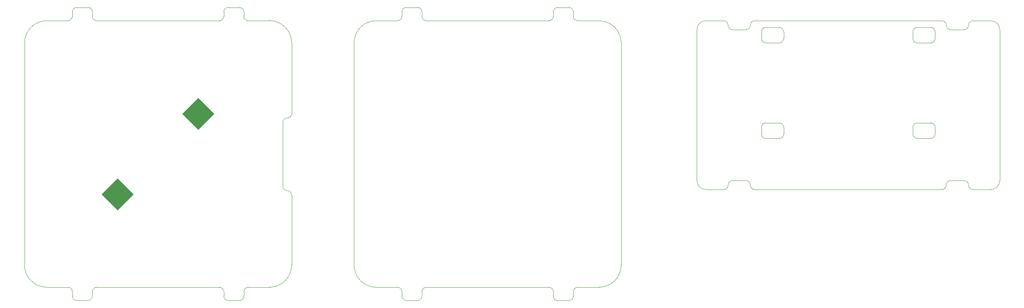
<source format=gbp>
%TF.GenerationSoftware,KiCad,Pcbnew,7.0.2*%
%TF.CreationDate,2023-05-01T18:48:22+02:00*%
%TF.ProjectId,kleinvoet,6b6c6569-6e76-46f6-9574-2e6b69636164,C*%
%TF.SameCoordinates,Original*%
%TF.FileFunction,Paste,Bot*%
%TF.FilePolarity,Positive*%
%FSLAX46Y46*%
G04 Gerber Fmt 4.6, Leading zero omitted, Abs format (unit mm)*
G04 Created by KiCad (PCBNEW 7.0.2) date 2023-05-01 18:48:22*
%MOMM*%
%LPD*%
G01*
G04 APERTURE LIST*
G04 Aperture macros list*
%AMRotRect*
0 Rectangle, with rotation*
0 The origin of the aperture is its center*
0 $1 length*
0 $2 width*
0 $3 Rotation angle, in degrees counterclockwise*
0 Add horizontal line*
21,1,$1,$2,0,0,$3*%
G04 Aperture macros list end*
%ADD10RotRect,5.100000X5.100000X45.000000*%
%TA.AperFunction,Profile*%
%ADD11C,0.050000*%
%TD*%
G04 APERTURE END LIST*
D10*
%TO.C,BT301*%
X44949033Y-71092211D03*
X63050967Y-52990277D03*
%TD*%
D11*
X153000000Y-92000000D02*
G75*
G03*
X158000000Y-87000000I0J5000000D01*
G01*
X158000000Y-37000000D02*
G75*
G03*
X153000000Y-32000000I-5000000J0D01*
G01*
X158000000Y-87000000D02*
X158000000Y-37000000D01*
X153000000Y-32000000D02*
X148500000Y-32000000D01*
X98000000Y-87000000D02*
G75*
G03*
X103000000Y-92000000I5000000J0D01*
G01*
X103000000Y-32000000D02*
G75*
G03*
X98000000Y-37000000I0J-5000000D01*
G01*
X148500000Y-92000000D02*
X153000000Y-92000000D01*
X33500000Y-32000000D02*
X29000000Y-32000000D01*
X24000000Y-37000000D02*
X24000000Y-87000000D01*
X79000000Y-92000000D02*
G75*
G03*
X84000000Y-87000000I0J5000000D01*
G01*
X24000000Y-87000000D02*
G75*
G03*
X29000000Y-92000000I5000000J0D01*
G01*
X29000000Y-32000000D02*
G75*
G03*
X24000000Y-37000000I0J-5000000D01*
G01*
X29000000Y-92000000D02*
X33500000Y-92000000D01*
X83999937Y-36975063D02*
G75*
G03*
X79000001Y-31975063I-4999937J63D01*
G01*
X108750000Y-93000000D02*
X108750000Y-94000000D01*
X113250000Y-93000000D02*
X113250000Y-94000000D01*
X114500000Y-92000000D02*
X114250000Y-92000000D01*
X107750000Y-92000000D02*
X107500000Y-92000000D01*
X74500000Y-92000000D02*
X74250000Y-92000000D01*
X108750000Y-93000000D02*
G75*
G03*
X107750000Y-92000000I-1000000J0D01*
G01*
X114250000Y-92000000D02*
G75*
G03*
X113250000Y-93000000I0J-1000000D01*
G01*
X107500000Y-92000000D02*
X103000000Y-92000000D01*
X112250000Y-95000000D02*
G75*
G03*
X113250000Y-94000000I0J1000000D01*
G01*
X74250000Y-92000000D02*
G75*
G03*
X73250000Y-93000000I0J-1000000D01*
G01*
X68750000Y-93000000D02*
G75*
G03*
X67750000Y-92000000I-1000000J0D01*
G01*
X68750000Y-94000000D02*
G75*
G03*
X69750000Y-95000000I1000000J0D01*
G01*
X72250000Y-95000000D02*
X69750000Y-95000000D01*
X72250000Y-95000000D02*
G75*
G03*
X73250000Y-94000000I0J1000000D01*
G01*
X68750000Y-93000000D02*
X68750000Y-94000000D01*
X73250000Y-93000000D02*
X73250000Y-94000000D01*
X141500000Y-92000000D02*
X114500000Y-92000000D01*
X40201249Y-92000000D02*
X67750000Y-92000000D01*
X74500000Y-92000000D02*
X79000000Y-92000000D01*
X40500000Y-32000000D02*
X67500000Y-32000000D01*
X74500000Y-32000000D02*
X79000001Y-31975063D01*
X141500000Y-32000000D02*
X114500000Y-32000000D01*
X107500000Y-32000000D02*
X103000000Y-32000000D01*
X98000000Y-37000000D02*
X98000000Y-87000000D01*
X84000000Y-71250000D02*
X84000000Y-87000000D01*
X112250000Y-95000000D02*
X109750000Y-95000000D01*
X228500000Y-34500000D02*
G75*
G03*
X227500000Y-33500000I-1000000J0D01*
G01*
X231000000Y-33000000D02*
G75*
G03*
X232000000Y-34000000I1000000J0D01*
G01*
X224500000Y-58500000D02*
X227500000Y-58500000D01*
X182000000Y-33000000D02*
G75*
G03*
X183000000Y-34000000I1000000J0D01*
G01*
X82000000Y-69250000D02*
G75*
G03*
X83000000Y-70250000I1000000J0D01*
G01*
X146250000Y-95000000D02*
G75*
G03*
X147250000Y-94000000I0J1000000D01*
G01*
X142750000Y-31000000D02*
X142750000Y-30000000D01*
X73250000Y-30000000D02*
G75*
G03*
X72250000Y-29000000I-1000000J0D01*
G01*
X147250000Y-93000000D02*
X147250000Y-94000000D01*
X189500000Y-56000000D02*
X189500000Y-57500000D01*
X35750000Y-29000000D02*
G75*
G03*
X34750000Y-30000000I0J-1000000D01*
G01*
X141750000Y-92000000D02*
X141500000Y-92000000D01*
X74250000Y-32000000D02*
X74500000Y-32000000D01*
X193500000Y-58500000D02*
G75*
G03*
X194500000Y-57500000I0J1000000D01*
G01*
X243000000Y-55000000D02*
X243000000Y-34000000D01*
X235000000Y-34000000D02*
G75*
G03*
X236000000Y-33000000I0J1000000D01*
G01*
X223500000Y-56000000D02*
X223500000Y-57500000D01*
X39250000Y-93000000D02*
X39250000Y-94000000D01*
X223500000Y-57500000D02*
G75*
G03*
X224500000Y-58500000I1000000J0D01*
G01*
X141500000Y-32000000D02*
X141750000Y-32000000D01*
X147250000Y-30000000D02*
G75*
G03*
X146250000Y-29000000I-1000000J0D01*
G01*
X67750000Y-32000000D02*
G75*
G03*
X68750000Y-31000000I0J1000000D01*
G01*
X241000000Y-70000000D02*
G75*
G03*
X243000000Y-68000000I0J2000000D01*
G01*
X194500000Y-56000000D02*
G75*
G03*
X193500000Y-55000000I-1000000J0D01*
G01*
X34750000Y-31000000D02*
X34750000Y-30000000D01*
X35750000Y-29000000D02*
X38250000Y-29000000D01*
X193500000Y-33500000D02*
X190500000Y-33500000D01*
X33500000Y-32000000D02*
X33750000Y-32000000D01*
X243000000Y-68000000D02*
X243000000Y-55000000D01*
X34750000Y-93000000D02*
G75*
G03*
X33750000Y-92000000I-1000000J0D01*
G01*
X33750000Y-92000000D02*
X33500000Y-92000000D01*
X232000000Y-34000000D02*
X235000000Y-34000000D01*
X40201249Y-91999999D02*
G75*
G03*
X39250000Y-93000000I24351J-975601D01*
G01*
X38250000Y-95000000D02*
X35750000Y-95000000D01*
X142750000Y-93000000D02*
G75*
G03*
X141750000Y-92000000I-1000000J0D01*
G01*
X183000000Y-34000000D02*
X186000000Y-34000000D01*
X223500000Y-34500000D02*
X223500000Y-36000000D01*
X193500000Y-55000000D02*
X190500000Y-55000000D01*
X183000000Y-68000000D02*
G75*
G03*
X182000000Y-69000000I0J-1000000D01*
G01*
X190500000Y-58500000D02*
X193500000Y-58500000D01*
X194500000Y-57500000D02*
X194500000Y-56000000D01*
X228500000Y-36000000D02*
X228500000Y-34500000D01*
X235000000Y-68000000D02*
X232000000Y-68000000D01*
X224500000Y-37000000D02*
X227500000Y-37000000D01*
X113250000Y-31000000D02*
G75*
G03*
X114250000Y-32000000I1000000J0D01*
G01*
X113250000Y-30000000D02*
G75*
G03*
X112250000Y-29000000I-1000000J0D01*
G01*
X34750000Y-94000000D02*
G75*
G03*
X35750000Y-95000000I1000000J0D01*
G01*
X83000000Y-53925000D02*
G75*
G03*
X84000000Y-52925000I0J1000000D01*
G01*
X194500000Y-34500000D02*
G75*
G03*
X193500000Y-33500000I-1000000J0D01*
G01*
X187000000Y-69000000D02*
G75*
G03*
X188000000Y-70000000I1000000J0D01*
G01*
X147250000Y-31000000D02*
G75*
G03*
X148250000Y-32000000I1000000J0D01*
G01*
X175000000Y-68000000D02*
G75*
G03*
X177000000Y-70000000I2000000J0D01*
G01*
X39250000Y-31000000D02*
X39250000Y-30000000D01*
X236000000Y-69000000D02*
G75*
G03*
X237000000Y-70000000I1000000J0D01*
G01*
X237000000Y-32000000D02*
G75*
G03*
X236000000Y-33000000I0J-1000000D01*
G01*
X190500000Y-33500000D02*
G75*
G03*
X189500000Y-34500000I0J-1000000D01*
G01*
X227500000Y-37000000D02*
G75*
G03*
X228500000Y-36000000I0J1000000D01*
G01*
X236000000Y-69000000D02*
G75*
G03*
X235000000Y-68000000I-1000000J0D01*
G01*
X147250000Y-31000000D02*
X147250000Y-30000000D01*
X84000000Y-71250000D02*
G75*
G03*
X83000000Y-70250000I-1000000J0D01*
G01*
X223500000Y-36000000D02*
G75*
G03*
X224500000Y-37000000I1000000J0D01*
G01*
X67500000Y-32000000D02*
X67750000Y-32000000D01*
X40250000Y-32000000D02*
X40500000Y-32000000D01*
X109750000Y-29000000D02*
G75*
G03*
X108750000Y-30000000I0J-1000000D01*
G01*
X224500000Y-55000000D02*
G75*
G03*
X223500000Y-56000000I0J-1000000D01*
G01*
X188000000Y-70000000D02*
X230000000Y-70000000D01*
X83000000Y-53925000D02*
G75*
G03*
X82000000Y-54925000I0J-1000000D01*
G01*
X114250000Y-32000000D02*
X114500000Y-32000000D01*
X113250000Y-31000000D02*
X113250000Y-30000000D01*
X230000000Y-32000000D02*
X188000000Y-32000000D01*
X188000000Y-32000000D02*
G75*
G03*
X187000000Y-33000000I0J-1000000D01*
G01*
X228500000Y-56000000D02*
G75*
G03*
X227500000Y-55000000I-1000000J0D01*
G01*
X228500000Y-57500000D02*
X228500000Y-56000000D01*
X143750000Y-29000000D02*
X146250000Y-29000000D01*
X69750000Y-29000000D02*
X72250000Y-29000000D01*
X190500000Y-37000000D02*
X193500000Y-37000000D01*
X181000000Y-70000000D02*
X177000000Y-70000000D01*
X142750000Y-94000000D02*
G75*
G03*
X143750000Y-95000000I1000000J0D01*
G01*
X189500000Y-57500000D02*
G75*
G03*
X190500000Y-58500000I1000000J0D01*
G01*
X227500000Y-33500000D02*
X224500000Y-33500000D01*
X107500000Y-32000000D02*
X107750000Y-32000000D01*
X193500000Y-37000000D02*
G75*
G03*
X194500000Y-36000000I0J1000000D01*
G01*
X177000000Y-32000000D02*
G75*
G03*
X175000000Y-34000000I0J-2000000D01*
G01*
X34750000Y-93000000D02*
X34750000Y-94000000D01*
X186000000Y-34000000D02*
G75*
G03*
X187000000Y-33000000I0J1000000D01*
G01*
X39250000Y-31000000D02*
G75*
G03*
X40250000Y-32000000I1000000J0D01*
G01*
X84000000Y-52925000D02*
X84000000Y-36975063D01*
X230000000Y-70000000D02*
G75*
G03*
X231000000Y-69000000I0J1000000D01*
G01*
X107750000Y-32000000D02*
G75*
G03*
X108750000Y-31000000I0J1000000D01*
G01*
X73250000Y-31000000D02*
X73250000Y-30000000D01*
X243000000Y-34000000D02*
G75*
G03*
X241000000Y-32000000I-2000000J0D01*
G01*
X227500000Y-58500000D02*
G75*
G03*
X228500000Y-57500000I0J1000000D01*
G01*
X189500000Y-36000000D02*
G75*
G03*
X190500000Y-37000000I1000000J0D01*
G01*
X68750000Y-31000000D02*
X68750000Y-30000000D01*
X39250000Y-30000000D02*
G75*
G03*
X38250000Y-29000000I-1000000J0D01*
G01*
X186000000Y-68000000D02*
X183000000Y-68000000D01*
X241000000Y-70000000D02*
X237000000Y-70000000D01*
X33750000Y-32000000D02*
G75*
G03*
X34750000Y-31000000I0J1000000D01*
G01*
X148500000Y-92000000D02*
X148250000Y-92000000D01*
X181000000Y-70000000D02*
G75*
G03*
X182000000Y-69000000I0J1000000D01*
G01*
X73250000Y-31000000D02*
G75*
G03*
X74250000Y-32000000I1000000J0D01*
G01*
X194500000Y-36000000D02*
X194500000Y-34500000D01*
X108750000Y-94000000D02*
G75*
G03*
X109750000Y-95000000I1000000J0D01*
G01*
X190500000Y-55000000D02*
G75*
G03*
X189500000Y-56000000I0J-1000000D01*
G01*
X181000000Y-32000000D02*
X177000000Y-32000000D01*
X231000000Y-33000000D02*
G75*
G03*
X230000000Y-32000000I-1000000J0D01*
G01*
X148250000Y-32000000D02*
X148500000Y-32000000D01*
X227500000Y-55000000D02*
X224500000Y-55000000D01*
X224500000Y-33500000D02*
G75*
G03*
X223500000Y-34500000I0J-1000000D01*
G01*
X82000000Y-54925000D02*
X82000000Y-69250000D01*
X109750000Y-29000000D02*
X112250000Y-29000000D01*
X143750000Y-29000000D02*
G75*
G03*
X142750000Y-30000000I0J-1000000D01*
G01*
X108750000Y-31000000D02*
X108750000Y-30000000D01*
X182000000Y-33000000D02*
G75*
G03*
X181000000Y-32000000I-1000000J0D01*
G01*
X175000000Y-34000000D02*
X175000000Y-68000000D01*
X38250000Y-95000000D02*
G75*
G03*
X39250000Y-94000000I0J1000000D01*
G01*
X187000000Y-69000000D02*
G75*
G03*
X186000000Y-68000000I-1000000J0D01*
G01*
X148250000Y-92000000D02*
G75*
G03*
X147250000Y-93000000I0J-1000000D01*
G01*
X189500000Y-34500000D02*
X189500000Y-36000000D01*
X141750000Y-32000000D02*
G75*
G03*
X142750000Y-31000000I0J1000000D01*
G01*
X237000000Y-32000000D02*
X241000000Y-32000000D01*
X142750000Y-93000000D02*
X142750000Y-94000000D01*
X69750000Y-29000000D02*
G75*
G03*
X68750000Y-30000000I0J-1000000D01*
G01*
X146250000Y-95000000D02*
X143750000Y-95000000D01*
X232000000Y-68000000D02*
G75*
G03*
X231000000Y-69000000I0J-1000000D01*
G01*
M02*

</source>
